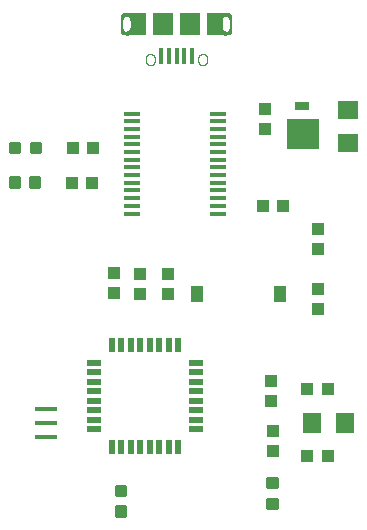
<source format=gbr>
G04 EAGLE Gerber RS-274X export*
G75*
%MOMM*%
%FSLAX34Y34*%
%LPD*%
%INSolderpaste Top*%
%IPPOS*%
%AMOC8*
5,1,8,0,0,1.08239X$1,22.5*%
G01*
%ADD10R,1.000000X1.100000*%
%ADD11R,1.100000X1.000000*%
%ADD12C,0.300000*%
%ADD13R,1.397000X0.348000*%
%ADD14C,0.200000*%
%ADD15C,0.100000*%
%ADD16R,0.400000X1.350000*%
%ADD17R,1.175000X1.900000*%
%ADD18R,1.800000X1.900000*%
%ADD19R,1.900000X0.400000*%
%ADD20R,1.000000X1.400000*%
%ADD21R,2.667000X2.540000*%
%ADD22R,1.270000X0.762000*%
%ADD23R,1.270000X0.558800*%
%ADD24R,0.558800X1.270000*%
%ADD25R,1.600000X1.800000*%
%ADD26R,1.800000X1.600000*%


D10*
X646684Y579764D03*
X646684Y596764D03*
D11*
X677300Y533400D03*
X694300Y533400D03*
X677300Y590550D03*
X694300Y590550D03*
X639708Y745236D03*
X656708Y745236D03*
D10*
X641350Y827650D03*
X641350Y810650D03*
D12*
X644200Y496380D02*
X651200Y496380D01*
X651200Y489380D01*
X644200Y489380D01*
X644200Y496380D01*
X644200Y492230D02*
X651200Y492230D01*
X651200Y495080D02*
X644200Y495080D01*
X644200Y513920D02*
X651200Y513920D01*
X651200Y506920D01*
X644200Y506920D01*
X644200Y513920D01*
X644200Y509770D02*
X651200Y509770D01*
X651200Y512620D02*
X644200Y512620D01*
X443420Y761548D02*
X443420Y768548D01*
X450420Y768548D01*
X450420Y761548D01*
X443420Y761548D01*
X443420Y764398D02*
X450420Y764398D01*
X450420Y767248D02*
X443420Y767248D01*
X425880Y768548D02*
X425880Y761548D01*
X425880Y768548D02*
X432880Y768548D01*
X432880Y761548D01*
X425880Y761548D01*
X425880Y764398D02*
X432880Y764398D01*
X432880Y767248D02*
X425880Y767248D01*
X443674Y790758D02*
X443674Y797758D01*
X450674Y797758D01*
X450674Y790758D01*
X443674Y790758D01*
X443674Y793608D02*
X450674Y793608D01*
X450674Y796458D02*
X443674Y796458D01*
X426134Y797758D02*
X426134Y790758D01*
X426134Y797758D02*
X433134Y797758D01*
X433134Y790758D01*
X426134Y790758D01*
X426134Y793608D02*
X433134Y793608D01*
X433134Y796458D02*
X426134Y796458D01*
X516184Y490030D02*
X523184Y490030D01*
X523184Y483030D01*
X516184Y483030D01*
X516184Y490030D01*
X516184Y485880D02*
X523184Y485880D01*
X523184Y488730D02*
X516184Y488730D01*
X516184Y507570D02*
X523184Y507570D01*
X523184Y500570D01*
X516184Y500570D01*
X516184Y507570D01*
X516184Y503420D02*
X523184Y503420D01*
X523184Y506270D02*
X516184Y506270D01*
D13*
X528590Y738800D03*
X528590Y745300D03*
X528590Y751800D03*
X528590Y758300D03*
X528590Y764800D03*
X528590Y771300D03*
X528590Y777800D03*
X528590Y790800D03*
X528590Y784300D03*
X528590Y797300D03*
X528590Y803800D03*
X528590Y810300D03*
X528590Y816800D03*
X528590Y823300D03*
X601710Y738800D03*
X601710Y745300D03*
X601710Y751800D03*
X601710Y758300D03*
X601710Y764800D03*
X601710Y771300D03*
X601710Y777800D03*
X601710Y784300D03*
X601710Y790800D03*
X601710Y797300D03*
X601710Y803800D03*
X601710Y810300D03*
X601710Y816800D03*
X601710Y823300D03*
D12*
X608170Y891160D02*
X608037Y891162D01*
X607903Y891168D01*
X607770Y891178D01*
X607638Y891192D01*
X607506Y891209D01*
X607374Y891231D01*
X607243Y891256D01*
X607113Y891286D01*
X606984Y891319D01*
X606856Y891356D01*
X606729Y891397D01*
X606603Y891442D01*
X606479Y891490D01*
X606356Y891542D01*
X606235Y891597D01*
X606115Y891657D01*
X605997Y891719D01*
X605882Y891785D01*
X605768Y891855D01*
X605656Y891928D01*
X605547Y892004D01*
X605439Y892083D01*
X605335Y892166D01*
X605232Y892251D01*
X605133Y892340D01*
X605036Y892431D01*
X604941Y892526D01*
X604850Y892623D01*
X604761Y892722D01*
X604676Y892825D01*
X604593Y892929D01*
X604514Y893037D01*
X604438Y893146D01*
X604365Y893258D01*
X604295Y893372D01*
X604229Y893487D01*
X604167Y893605D01*
X604107Y893725D01*
X604052Y893846D01*
X604000Y893969D01*
X603952Y894093D01*
X603907Y894219D01*
X603866Y894346D01*
X603829Y894474D01*
X603796Y894603D01*
X603766Y894733D01*
X603741Y894864D01*
X603719Y894996D01*
X603702Y895128D01*
X603688Y895260D01*
X603678Y895393D01*
X603672Y895527D01*
X603670Y895660D01*
X603670Y902660D01*
X603672Y902793D01*
X603678Y902927D01*
X603688Y903060D01*
X603702Y903192D01*
X603719Y903324D01*
X603741Y903456D01*
X603766Y903587D01*
X603796Y903717D01*
X603829Y903846D01*
X603866Y903974D01*
X603907Y904101D01*
X603952Y904227D01*
X604000Y904351D01*
X604052Y904474D01*
X604107Y904595D01*
X604167Y904715D01*
X604229Y904833D01*
X604295Y904948D01*
X604365Y905062D01*
X604438Y905174D01*
X604514Y905283D01*
X604593Y905391D01*
X604676Y905495D01*
X604761Y905598D01*
X604850Y905697D01*
X604941Y905794D01*
X605036Y905889D01*
X605133Y905980D01*
X605232Y906069D01*
X605335Y906154D01*
X605439Y906237D01*
X605547Y906316D01*
X605656Y906392D01*
X605768Y906465D01*
X605882Y906535D01*
X605997Y906601D01*
X606115Y906663D01*
X606235Y906723D01*
X606356Y906778D01*
X606479Y906830D01*
X606603Y906878D01*
X606729Y906923D01*
X606856Y906964D01*
X606984Y907001D01*
X607113Y907034D01*
X607243Y907064D01*
X607374Y907089D01*
X607506Y907111D01*
X607638Y907128D01*
X607770Y907142D01*
X607903Y907152D01*
X608037Y907158D01*
X608170Y907160D01*
D14*
X608170Y906660D02*
X608296Y906658D01*
X608421Y906652D01*
X608546Y906642D01*
X608671Y906628D01*
X608796Y906611D01*
X608920Y906589D01*
X609043Y906564D01*
X609165Y906534D01*
X609286Y906501D01*
X609406Y906464D01*
X609525Y906424D01*
X609642Y906379D01*
X609759Y906331D01*
X609873Y906279D01*
X609986Y906224D01*
X610097Y906165D01*
X610206Y906103D01*
X610313Y906037D01*
X610418Y905968D01*
X610521Y905896D01*
X610622Y905821D01*
X610720Y905742D01*
X610815Y905660D01*
X610908Y905576D01*
X610998Y905488D01*
X611086Y905398D01*
X611170Y905305D01*
X611252Y905210D01*
X611331Y905112D01*
X611406Y905011D01*
X611478Y904908D01*
X611547Y904803D01*
X611613Y904696D01*
X611675Y904587D01*
X611734Y904476D01*
X611789Y904363D01*
X611841Y904249D01*
X611889Y904132D01*
X611934Y904015D01*
X611974Y903896D01*
X612011Y903776D01*
X612044Y903655D01*
X612074Y903533D01*
X612099Y903410D01*
X612121Y903286D01*
X612138Y903161D01*
X612152Y903036D01*
X612162Y902911D01*
X612168Y902786D01*
X612170Y902660D01*
X612170Y895660D01*
X612168Y895534D01*
X612162Y895409D01*
X612152Y895284D01*
X612138Y895159D01*
X612121Y895034D01*
X612099Y894910D01*
X612074Y894787D01*
X612044Y894665D01*
X612011Y894544D01*
X611974Y894424D01*
X611934Y894305D01*
X611889Y894188D01*
X611841Y894071D01*
X611789Y893957D01*
X611734Y893844D01*
X611675Y893733D01*
X611613Y893624D01*
X611547Y893517D01*
X611478Y893412D01*
X611406Y893309D01*
X611331Y893208D01*
X611252Y893110D01*
X611170Y893015D01*
X611086Y892922D01*
X610998Y892832D01*
X610908Y892744D01*
X610815Y892660D01*
X610720Y892578D01*
X610622Y892499D01*
X610521Y892424D01*
X610418Y892352D01*
X610313Y892283D01*
X610206Y892217D01*
X610097Y892155D01*
X609986Y892096D01*
X609873Y892041D01*
X609759Y891989D01*
X609642Y891941D01*
X609525Y891896D01*
X609406Y891856D01*
X609286Y891819D01*
X609165Y891786D01*
X609043Y891756D01*
X608920Y891731D01*
X608796Y891709D01*
X608671Y891692D01*
X608546Y891678D01*
X608421Y891668D01*
X608296Y891662D01*
X608170Y891660D01*
X610670Y890660D02*
X603170Y890660D01*
X610670Y890660D02*
X610746Y890662D01*
X610822Y890668D01*
X610897Y890677D01*
X610972Y890691D01*
X611046Y890708D01*
X611119Y890729D01*
X611191Y890753D01*
X611262Y890782D01*
X611331Y890813D01*
X611398Y890848D01*
X611463Y890887D01*
X611527Y890929D01*
X611588Y890974D01*
X611647Y891022D01*
X611703Y891073D01*
X611757Y891127D01*
X611808Y891183D01*
X611856Y891242D01*
X611901Y891303D01*
X611943Y891367D01*
X611982Y891432D01*
X612017Y891499D01*
X612048Y891568D01*
X612077Y891639D01*
X612101Y891711D01*
X612122Y891784D01*
X612139Y891858D01*
X612153Y891933D01*
X612162Y892008D01*
X612168Y892084D01*
X612170Y892160D01*
X612170Y906160D01*
X612168Y906236D01*
X612162Y906312D01*
X612153Y906387D01*
X612139Y906462D01*
X612122Y906536D01*
X612101Y906609D01*
X612077Y906681D01*
X612048Y906752D01*
X612017Y906821D01*
X611982Y906888D01*
X611943Y906953D01*
X611901Y907017D01*
X611856Y907078D01*
X611808Y907137D01*
X611757Y907193D01*
X611703Y907247D01*
X611647Y907298D01*
X611588Y907346D01*
X611527Y907391D01*
X611463Y907433D01*
X611398Y907472D01*
X611331Y907507D01*
X611262Y907538D01*
X611191Y907567D01*
X611119Y907591D01*
X611046Y907612D01*
X610972Y907629D01*
X610897Y907643D01*
X610822Y907652D01*
X610746Y907658D01*
X610670Y907660D01*
X603170Y907660D01*
X603170Y890660D01*
D15*
X584920Y868160D02*
X584922Y868040D01*
X584928Y867920D01*
X584937Y867800D01*
X584951Y867680D01*
X584968Y867562D01*
X584989Y867443D01*
X585014Y867326D01*
X585043Y867209D01*
X585075Y867093D01*
X585111Y866978D01*
X585151Y866865D01*
X585194Y866753D01*
X585241Y866642D01*
X585291Y866533D01*
X585345Y866425D01*
X585403Y866320D01*
X585463Y866216D01*
X585527Y866114D01*
X585594Y866015D01*
X585665Y865917D01*
X585738Y865822D01*
X585815Y865729D01*
X585894Y865639D01*
X585976Y865551D01*
X586061Y865466D01*
X586149Y865384D01*
X586239Y865305D01*
X586332Y865228D01*
X586427Y865155D01*
X586525Y865084D01*
X586624Y865017D01*
X586726Y864953D01*
X586830Y864893D01*
X586935Y864835D01*
X587043Y864781D01*
X587152Y864731D01*
X587263Y864684D01*
X587375Y864641D01*
X587488Y864601D01*
X587603Y864565D01*
X587719Y864533D01*
X587836Y864504D01*
X587953Y864479D01*
X588072Y864458D01*
X588190Y864441D01*
X588310Y864427D01*
X588430Y864418D01*
X588550Y864412D01*
X588670Y864410D01*
X584920Y868160D02*
X584920Y870160D01*
X584922Y870280D01*
X584928Y870400D01*
X584937Y870520D01*
X584951Y870640D01*
X584968Y870758D01*
X584989Y870877D01*
X585014Y870994D01*
X585043Y871111D01*
X585075Y871227D01*
X585111Y871342D01*
X585151Y871455D01*
X585194Y871567D01*
X585241Y871678D01*
X585291Y871787D01*
X585345Y871895D01*
X585403Y872000D01*
X585463Y872104D01*
X585527Y872206D01*
X585594Y872305D01*
X585665Y872403D01*
X585738Y872498D01*
X585815Y872591D01*
X585894Y872681D01*
X585976Y872769D01*
X586061Y872854D01*
X586149Y872936D01*
X586239Y873015D01*
X586332Y873092D01*
X586427Y873165D01*
X586525Y873236D01*
X586624Y873303D01*
X586726Y873367D01*
X586830Y873427D01*
X586935Y873485D01*
X587043Y873539D01*
X587152Y873589D01*
X587263Y873636D01*
X587375Y873679D01*
X587488Y873719D01*
X587603Y873755D01*
X587719Y873787D01*
X587836Y873816D01*
X587953Y873841D01*
X588072Y873862D01*
X588190Y873879D01*
X588310Y873893D01*
X588430Y873902D01*
X588550Y873908D01*
X588670Y873910D01*
X588790Y873908D01*
X588910Y873902D01*
X589030Y873893D01*
X589150Y873879D01*
X589268Y873862D01*
X589387Y873841D01*
X589504Y873816D01*
X589621Y873787D01*
X589737Y873755D01*
X589852Y873719D01*
X589965Y873679D01*
X590077Y873636D01*
X590188Y873589D01*
X590297Y873539D01*
X590405Y873485D01*
X590510Y873427D01*
X590614Y873367D01*
X590716Y873303D01*
X590815Y873236D01*
X590913Y873165D01*
X591008Y873092D01*
X591101Y873015D01*
X591191Y872936D01*
X591279Y872854D01*
X591364Y872769D01*
X591446Y872681D01*
X591525Y872591D01*
X591602Y872498D01*
X591675Y872403D01*
X591746Y872305D01*
X591813Y872206D01*
X591877Y872104D01*
X591937Y872000D01*
X591995Y871895D01*
X592049Y871787D01*
X592099Y871678D01*
X592146Y871567D01*
X592189Y871455D01*
X592229Y871342D01*
X592265Y871227D01*
X592297Y871111D01*
X592326Y870994D01*
X592351Y870877D01*
X592372Y870758D01*
X592389Y870640D01*
X592403Y870520D01*
X592412Y870400D01*
X592418Y870280D01*
X592420Y870160D01*
X592420Y868160D01*
X592418Y868040D01*
X592412Y867920D01*
X592403Y867800D01*
X592389Y867680D01*
X592372Y867562D01*
X592351Y867443D01*
X592326Y867326D01*
X592297Y867209D01*
X592265Y867093D01*
X592229Y866978D01*
X592189Y866865D01*
X592146Y866753D01*
X592099Y866642D01*
X592049Y866533D01*
X591995Y866425D01*
X591937Y866320D01*
X591877Y866216D01*
X591813Y866114D01*
X591746Y866015D01*
X591675Y865917D01*
X591602Y865822D01*
X591525Y865729D01*
X591446Y865639D01*
X591364Y865551D01*
X591279Y865466D01*
X591191Y865384D01*
X591101Y865305D01*
X591008Y865228D01*
X590913Y865155D01*
X590815Y865084D01*
X590716Y865017D01*
X590614Y864953D01*
X590510Y864893D01*
X590405Y864835D01*
X590297Y864781D01*
X590188Y864731D01*
X590077Y864684D01*
X589965Y864641D01*
X589852Y864601D01*
X589737Y864565D01*
X589621Y864533D01*
X589504Y864504D01*
X589387Y864479D01*
X589268Y864458D01*
X589150Y864441D01*
X589030Y864427D01*
X588910Y864418D01*
X588790Y864412D01*
X588670Y864410D01*
X544170Y864410D02*
X544050Y864412D01*
X543930Y864418D01*
X543810Y864427D01*
X543690Y864441D01*
X543572Y864458D01*
X543453Y864479D01*
X543336Y864504D01*
X543219Y864533D01*
X543103Y864565D01*
X542988Y864601D01*
X542875Y864641D01*
X542763Y864684D01*
X542652Y864731D01*
X542543Y864781D01*
X542435Y864835D01*
X542330Y864893D01*
X542226Y864953D01*
X542124Y865017D01*
X542025Y865084D01*
X541927Y865155D01*
X541832Y865228D01*
X541739Y865305D01*
X541649Y865384D01*
X541561Y865466D01*
X541476Y865551D01*
X541394Y865639D01*
X541315Y865729D01*
X541238Y865822D01*
X541165Y865917D01*
X541094Y866015D01*
X541027Y866114D01*
X540963Y866216D01*
X540903Y866320D01*
X540845Y866425D01*
X540791Y866533D01*
X540741Y866642D01*
X540694Y866753D01*
X540651Y866865D01*
X540611Y866978D01*
X540575Y867093D01*
X540543Y867209D01*
X540514Y867326D01*
X540489Y867443D01*
X540468Y867562D01*
X540451Y867680D01*
X540437Y867800D01*
X540428Y867920D01*
X540422Y868040D01*
X540420Y868160D01*
X540420Y870160D01*
X540422Y870280D01*
X540428Y870400D01*
X540437Y870520D01*
X540451Y870640D01*
X540468Y870758D01*
X540489Y870877D01*
X540514Y870994D01*
X540543Y871111D01*
X540575Y871227D01*
X540611Y871342D01*
X540651Y871455D01*
X540694Y871567D01*
X540741Y871678D01*
X540791Y871787D01*
X540845Y871895D01*
X540903Y872000D01*
X540963Y872104D01*
X541027Y872206D01*
X541094Y872305D01*
X541165Y872403D01*
X541238Y872498D01*
X541315Y872591D01*
X541394Y872681D01*
X541476Y872769D01*
X541561Y872854D01*
X541649Y872936D01*
X541739Y873015D01*
X541832Y873092D01*
X541927Y873165D01*
X542025Y873236D01*
X542124Y873303D01*
X542226Y873367D01*
X542330Y873427D01*
X542435Y873485D01*
X542543Y873539D01*
X542652Y873589D01*
X542763Y873636D01*
X542875Y873679D01*
X542988Y873719D01*
X543103Y873755D01*
X543219Y873787D01*
X543336Y873816D01*
X543453Y873841D01*
X543572Y873862D01*
X543690Y873879D01*
X543810Y873893D01*
X543930Y873902D01*
X544050Y873908D01*
X544170Y873910D01*
X544290Y873908D01*
X544410Y873902D01*
X544530Y873893D01*
X544650Y873879D01*
X544768Y873862D01*
X544887Y873841D01*
X545004Y873816D01*
X545121Y873787D01*
X545237Y873755D01*
X545352Y873719D01*
X545465Y873679D01*
X545577Y873636D01*
X545688Y873589D01*
X545797Y873539D01*
X545905Y873485D01*
X546010Y873427D01*
X546114Y873367D01*
X546216Y873303D01*
X546315Y873236D01*
X546413Y873165D01*
X546508Y873092D01*
X546601Y873015D01*
X546691Y872936D01*
X546779Y872854D01*
X546864Y872769D01*
X546946Y872681D01*
X547025Y872591D01*
X547102Y872498D01*
X547175Y872403D01*
X547246Y872305D01*
X547313Y872206D01*
X547377Y872104D01*
X547437Y872000D01*
X547495Y871895D01*
X547549Y871787D01*
X547599Y871678D01*
X547646Y871567D01*
X547689Y871455D01*
X547729Y871342D01*
X547765Y871227D01*
X547797Y871111D01*
X547826Y870994D01*
X547851Y870877D01*
X547872Y870758D01*
X547889Y870640D01*
X547903Y870520D01*
X547912Y870400D01*
X547918Y870280D01*
X547920Y870160D01*
X547920Y868160D01*
X547918Y868040D01*
X547912Y867920D01*
X547903Y867800D01*
X547889Y867680D01*
X547872Y867562D01*
X547851Y867443D01*
X547826Y867326D01*
X547797Y867209D01*
X547765Y867093D01*
X547729Y866978D01*
X547689Y866865D01*
X547646Y866753D01*
X547599Y866642D01*
X547549Y866533D01*
X547495Y866425D01*
X547437Y866320D01*
X547377Y866216D01*
X547313Y866114D01*
X547246Y866015D01*
X547175Y865917D01*
X547102Y865822D01*
X547025Y865729D01*
X546946Y865639D01*
X546864Y865551D01*
X546779Y865466D01*
X546691Y865384D01*
X546601Y865305D01*
X546508Y865228D01*
X546413Y865155D01*
X546315Y865084D01*
X546216Y865017D01*
X546114Y864953D01*
X546010Y864893D01*
X545905Y864835D01*
X545797Y864781D01*
X545688Y864731D01*
X545577Y864684D01*
X545465Y864641D01*
X545352Y864601D01*
X545237Y864565D01*
X545121Y864533D01*
X545004Y864504D01*
X544887Y864479D01*
X544768Y864458D01*
X544650Y864441D01*
X544530Y864427D01*
X544410Y864418D01*
X544290Y864412D01*
X544170Y864410D01*
D12*
X524670Y891160D02*
X524803Y891162D01*
X524937Y891168D01*
X525070Y891178D01*
X525202Y891192D01*
X525334Y891209D01*
X525466Y891231D01*
X525597Y891256D01*
X525727Y891286D01*
X525856Y891319D01*
X525984Y891356D01*
X526111Y891397D01*
X526237Y891442D01*
X526361Y891490D01*
X526484Y891542D01*
X526605Y891597D01*
X526725Y891657D01*
X526843Y891719D01*
X526958Y891785D01*
X527072Y891855D01*
X527184Y891928D01*
X527293Y892004D01*
X527401Y892083D01*
X527505Y892166D01*
X527608Y892251D01*
X527707Y892340D01*
X527804Y892431D01*
X527899Y892526D01*
X527990Y892623D01*
X528079Y892722D01*
X528164Y892825D01*
X528247Y892929D01*
X528326Y893037D01*
X528402Y893146D01*
X528475Y893258D01*
X528545Y893372D01*
X528611Y893487D01*
X528673Y893605D01*
X528733Y893725D01*
X528788Y893846D01*
X528840Y893969D01*
X528888Y894093D01*
X528933Y894219D01*
X528974Y894346D01*
X529011Y894474D01*
X529044Y894603D01*
X529074Y894733D01*
X529099Y894864D01*
X529121Y894996D01*
X529138Y895128D01*
X529152Y895260D01*
X529162Y895393D01*
X529168Y895527D01*
X529170Y895660D01*
X529170Y902660D01*
X529168Y902793D01*
X529162Y902927D01*
X529152Y903060D01*
X529138Y903192D01*
X529121Y903324D01*
X529099Y903456D01*
X529074Y903587D01*
X529044Y903717D01*
X529011Y903846D01*
X528974Y903974D01*
X528933Y904101D01*
X528888Y904227D01*
X528840Y904351D01*
X528788Y904474D01*
X528733Y904595D01*
X528673Y904715D01*
X528611Y904833D01*
X528545Y904948D01*
X528475Y905062D01*
X528402Y905174D01*
X528326Y905283D01*
X528247Y905391D01*
X528164Y905495D01*
X528079Y905598D01*
X527990Y905697D01*
X527899Y905794D01*
X527804Y905889D01*
X527707Y905980D01*
X527608Y906069D01*
X527505Y906154D01*
X527401Y906237D01*
X527293Y906316D01*
X527184Y906392D01*
X527072Y906465D01*
X526958Y906535D01*
X526843Y906601D01*
X526725Y906663D01*
X526605Y906723D01*
X526484Y906778D01*
X526361Y906830D01*
X526237Y906878D01*
X526111Y906923D01*
X525984Y906964D01*
X525856Y907001D01*
X525727Y907034D01*
X525597Y907064D01*
X525466Y907089D01*
X525334Y907111D01*
X525202Y907128D01*
X525070Y907142D01*
X524937Y907152D01*
X524803Y907158D01*
X524670Y907160D01*
D14*
X524670Y906660D02*
X524544Y906658D01*
X524419Y906652D01*
X524294Y906642D01*
X524169Y906628D01*
X524044Y906611D01*
X523920Y906589D01*
X523797Y906564D01*
X523675Y906534D01*
X523554Y906501D01*
X523434Y906464D01*
X523315Y906424D01*
X523198Y906379D01*
X523081Y906331D01*
X522967Y906279D01*
X522854Y906224D01*
X522743Y906165D01*
X522634Y906103D01*
X522527Y906037D01*
X522422Y905968D01*
X522319Y905896D01*
X522218Y905821D01*
X522120Y905742D01*
X522025Y905660D01*
X521932Y905576D01*
X521842Y905488D01*
X521754Y905398D01*
X521670Y905305D01*
X521588Y905210D01*
X521509Y905112D01*
X521434Y905011D01*
X521362Y904908D01*
X521293Y904803D01*
X521227Y904696D01*
X521165Y904587D01*
X521106Y904476D01*
X521051Y904363D01*
X520999Y904249D01*
X520951Y904132D01*
X520906Y904015D01*
X520866Y903896D01*
X520829Y903776D01*
X520796Y903655D01*
X520766Y903533D01*
X520741Y903410D01*
X520719Y903286D01*
X520702Y903161D01*
X520688Y903036D01*
X520678Y902911D01*
X520672Y902786D01*
X520670Y902660D01*
X520670Y895660D01*
X520672Y895534D01*
X520678Y895409D01*
X520688Y895284D01*
X520702Y895159D01*
X520719Y895034D01*
X520741Y894910D01*
X520766Y894787D01*
X520796Y894665D01*
X520829Y894544D01*
X520866Y894424D01*
X520906Y894305D01*
X520951Y894188D01*
X520999Y894071D01*
X521051Y893957D01*
X521106Y893844D01*
X521165Y893733D01*
X521227Y893624D01*
X521293Y893517D01*
X521362Y893412D01*
X521434Y893309D01*
X521509Y893208D01*
X521588Y893110D01*
X521670Y893015D01*
X521754Y892922D01*
X521842Y892832D01*
X521932Y892744D01*
X522025Y892660D01*
X522120Y892578D01*
X522218Y892499D01*
X522319Y892424D01*
X522422Y892352D01*
X522527Y892283D01*
X522634Y892217D01*
X522743Y892155D01*
X522854Y892096D01*
X522967Y892041D01*
X523081Y891989D01*
X523198Y891941D01*
X523315Y891896D01*
X523434Y891856D01*
X523554Y891819D01*
X523675Y891786D01*
X523797Y891756D01*
X523920Y891731D01*
X524044Y891709D01*
X524169Y891692D01*
X524294Y891678D01*
X524419Y891668D01*
X524544Y891662D01*
X524670Y891660D01*
X522170Y890660D02*
X529670Y890660D01*
X522170Y890660D02*
X522094Y890662D01*
X522018Y890668D01*
X521943Y890677D01*
X521868Y890691D01*
X521794Y890708D01*
X521721Y890729D01*
X521649Y890753D01*
X521578Y890782D01*
X521509Y890813D01*
X521442Y890848D01*
X521377Y890887D01*
X521313Y890929D01*
X521252Y890974D01*
X521193Y891022D01*
X521137Y891073D01*
X521083Y891127D01*
X521032Y891183D01*
X520984Y891242D01*
X520939Y891303D01*
X520897Y891367D01*
X520858Y891432D01*
X520823Y891499D01*
X520792Y891568D01*
X520763Y891639D01*
X520739Y891711D01*
X520718Y891784D01*
X520701Y891858D01*
X520687Y891933D01*
X520678Y892008D01*
X520672Y892084D01*
X520670Y892160D01*
X520670Y906160D01*
X520672Y906236D01*
X520678Y906312D01*
X520687Y906387D01*
X520701Y906462D01*
X520718Y906536D01*
X520739Y906609D01*
X520763Y906681D01*
X520792Y906752D01*
X520823Y906821D01*
X520858Y906888D01*
X520897Y906953D01*
X520939Y907017D01*
X520984Y907078D01*
X521032Y907137D01*
X521083Y907193D01*
X521137Y907247D01*
X521193Y907298D01*
X521252Y907346D01*
X521313Y907391D01*
X521377Y907433D01*
X521442Y907472D01*
X521509Y907507D01*
X521578Y907538D01*
X521649Y907567D01*
X521721Y907591D01*
X521794Y907612D01*
X521868Y907629D01*
X521943Y907643D01*
X522018Y907652D01*
X522094Y907658D01*
X522170Y907660D01*
X529670Y907660D01*
X529670Y890660D01*
D16*
X566420Y872410D03*
X559920Y872410D03*
X553420Y872410D03*
X572920Y872410D03*
X579420Y872410D03*
D17*
X598288Y899160D03*
D18*
X554920Y899160D03*
X577920Y899160D03*
D17*
X534553Y899160D03*
D11*
X558800Y670950D03*
X558800Y687950D03*
X535432Y687950D03*
X535432Y670950D03*
X513588Y688204D03*
X513588Y671204D03*
X647700Y537600D03*
X647700Y554600D03*
D10*
X477910Y765048D03*
X494910Y765048D03*
X478926Y794258D03*
X495926Y794258D03*
D19*
X455582Y549370D03*
X455582Y561370D03*
X455582Y573370D03*
D20*
X654130Y670926D03*
X584130Y670926D03*
D21*
X673100Y806450D03*
D22*
X673049Y829488D03*
D23*
X496824Y612200D03*
X496824Y604200D03*
X496824Y596200D03*
X496824Y588200D03*
X496824Y580200D03*
X496824Y572200D03*
X496824Y564200D03*
X496824Y556200D03*
D24*
X511750Y541274D03*
X519750Y541274D03*
X527750Y541274D03*
X535750Y541274D03*
X543750Y541274D03*
X551750Y541274D03*
X559750Y541274D03*
X567750Y541274D03*
D23*
X582676Y556200D03*
X582676Y564200D03*
X582676Y572200D03*
X582676Y580200D03*
X582676Y588200D03*
X582676Y596200D03*
X582676Y604200D03*
X582676Y612200D03*
D24*
X567750Y627126D03*
X559750Y627126D03*
X551750Y627126D03*
X543750Y627126D03*
X535750Y627126D03*
X527750Y627126D03*
X519750Y627126D03*
X511750Y627126D03*
D25*
X681452Y561594D03*
X709452Y561594D03*
D26*
X711200Y826800D03*
X711200Y798800D03*
D11*
X685800Y675250D03*
X685800Y658250D03*
X685800Y709050D03*
X685800Y726050D03*
M02*

</source>
